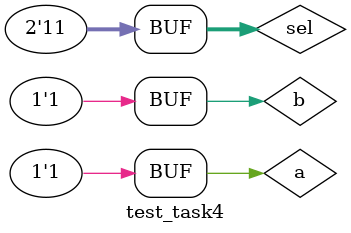
<source format=v>

module test_task4();

    // Inputs.
    reg a;
    reg b;
    reg [0:1] sel;

    // Outputs.
    wire out;

    // Initializing Unit Under Test (UUT).
    task4 UUT (
        .a(a),
        .b(b),
        .sel(sel),
        .out(out)
    );

    initial begin
        $dumpfile("waves.vcd");
        $dumpvars(0, test_task4);
        // Initializing inputs.
        
        // Test for 0 0 selection
        sel[0] = 0;
        sel[1] = 0;
        
        a = 0;
        b = 0;
        #1; // Wait 1s.
        a = 0;
        b = 1;
        #1; // Wait 1s.
        a = 1;
        b = 0;
        #1; // Wait 1s.
        a = 1;
        b = 1;
        #1; // Wait 1s.

        // Test for 0 1 selection
        sel[0] = 0;
        sel[1] = 1;
        
        a = 0;
        b = 0;
        #1; // Wait 1s.
        a = 0;
        b = 1;
        #1; // Wait 1s.
        a = 1;
        b = 0;
        #1; // Wait 1s.
        a = 1;
        b = 1;
        #1; // Wait 1s.

        // Test for 1 0 selection
        sel[0] = 1;
        sel[1] = 0;
        
        a = 0;
        b = 0;
        #1; // Wait 1s.
        a = 0;
        b = 1;
        #1; // Wait 1s.
        a = 1;
        b = 0;
        #1; // Wait 1s.
        a = 1;
        b = 1;
        #1; // Wait 1s.

        // Test for 1 1 selection
        sel[0] = 1;
        sel[1] = 1;
        
        a = 0;
        b = 0;
        #1; // Wait 1s.
        a = 0;
        b = 1;
        #1; // Wait 1s.
        a = 1;
        b = 0;
        #1; // Wait 1s.
        a = 1;
        b = 1;
        #1; // Wait 1s.
	end      
endmodule

</source>
